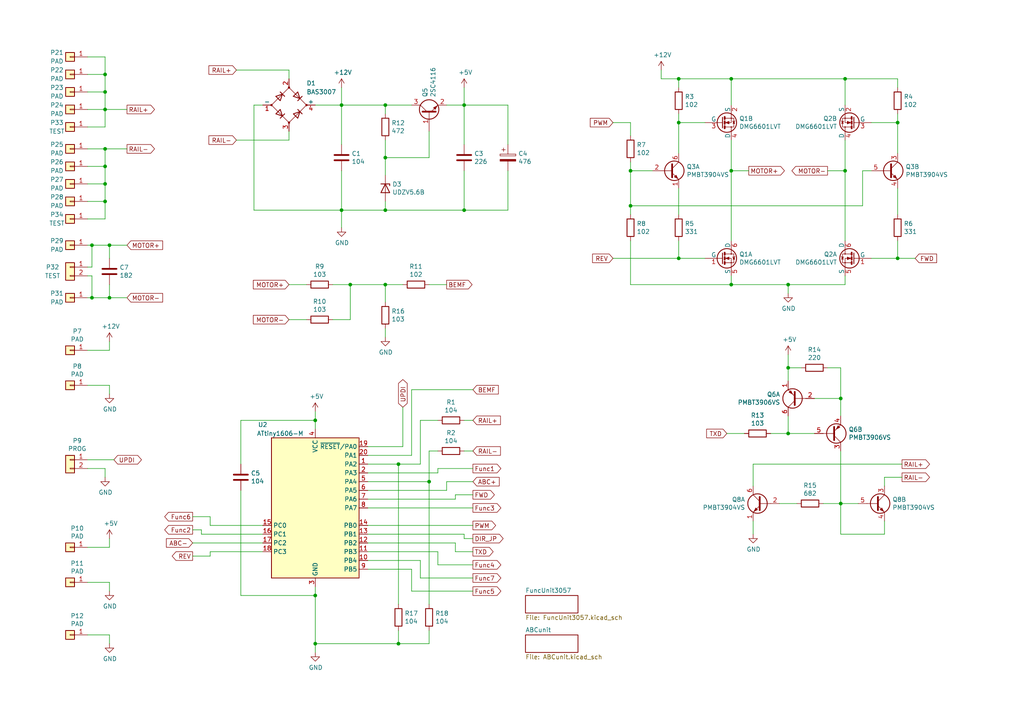
<source format=kicad_sch>
(kicad_sch (version 20230121) (generator eeschema)
  (paper "A4")
  (lib_symbols
    (symbol "6pin-mosfet:DMG6601LVT" (pin_names (offset 0))
      (property "Reference" "Q" (at 6.35 1.905 0))
      (property "Value" "DMG6601LVT" (at 6.35 0 0))
      (property "Footprint" "SOT-23-6" (at 6.35 -1.905 0))
      (property "Datasheet" "http://www.diodes.com/_files/datasheets/DMG6601LVT.pdf" (at 0 0 0))
      (symbol "DMG6601LVT_0_1"
        (polyline (pts (xy 0.635 -1.016) (xy 0.635 -1.651)) (stroke (width 0.508)))
        (polyline (pts (xy 0.635 0.381) (xy 0.635 -0.381)) (stroke (width 0.508)))
        (polyline (pts (xy 0.635 1.651) (xy 0.635 1.016)) (stroke (width 0.508)))
        (polyline (pts (xy 3.048 0.381) (xy 2.921 0.254)))
        (polyline (pts (xy 3.048 0.381) (xy 3.556 0.381)))
        (polyline (pts (xy 3.556 0.381) (xy 3.683 0.508)))
        (polyline (pts (xy 0 1.524) (xy 0 -1.524) (xy 0 -1.524)) (stroke (width 0.254)))
        (polyline (pts (xy 0.762 -1.27) (xy 2.54 -1.27) (xy 2.54 -2.54) (xy 2.54 -2.54)))
        (polyline (pts (xy 0.762 1.27) (xy 2.54 1.27) (xy 2.54 2.54) (xy 2.54 2.54)))
        (polyline (pts (xy 2.54 1.27) (xy 3.302 1.27) (xy 3.302 -1.27) (xy 2.54 -1.27)))
        (polyline (pts (xy 3.302 0.381) (xy 3.048 -0.254) (xy 3.556 -0.254) (xy 3.302 0.381)) (fill (type outline)))
        (polyline (pts (xy 0.889 0) (xy 1.905 0.381) (xy 1.905 -0.381) (xy 0.889 0) (xy 1.016 0) (xy 1.016 0)) (fill (type outline)))
        (circle (center 1.27 0) (radius 2.8194) (stroke (width 0.254)))
        (circle (center 2.54 -1.27) (radius 0.127))
        (circle (center 2.54 1.27) (radius 0.127))
      )
      (symbol "DMG6601LVT_1_1"
        (polyline (pts (xy 0.762 0) (xy 1.27 0) (xy 2.54 0) (xy 2.54 -1.27) (xy 2.54 -1.27)))
        (pin passive line (at -5.08 0 0) (length 5.08) (name "G") (number "1"))
        (pin passive line (at 2.54 -5.08 90) (length 2.54) (name "S") (number "5"))
        (pin passive line (at 2.54 5.08 270) (length 2.54) (name "D") (number "6"))
      )
      (symbol "DMG6601LVT_2_1"
        (polyline (pts (xy 1.27 0) (xy 2.54 0) (xy 2.54 1.27)))
        (pin passive line (at 2.54 5.08 270) (length 2.54) (name "S") (number "2"))
        (pin passive line (at -5.08 0 0) (length 5.08) (name "G") (number "3"))
        (pin passive line (at 2.54 -5.08 90) (length 2.54) (name "D") (number "4"))
      )
    )
    (symbol "Connector_Generic:Conn_01x01" (pin_names (offset 1.016) hide)
      (property "Reference" "J" (at 0 2.54 0))
      (property "Value" "Conn_01x01" (at 0 -2.54 0))
      (symbol "Conn_01x01_1_1"
        (rectangle (start -1.27 0.127) (end 0 -0.127) (stroke (width 0.1524)))
        (rectangle (start -1.27 1.27) (end 1.27 -1.27) (stroke (width 0.254)) (fill (type background)))
        (pin passive line (at -5.08 0 0) (length 3.81) (name "Pin_1") (number "1"))
      )
    )
    (symbol "Connector_Generic:Conn_01x02" (pin_names (offset 1.016) hide)
      (property "Reference" "J" (at 0 2.54 0))
      (property "Value" "Conn_01x02" (at 0 -5.08 0))
      (symbol "Conn_01x02_1_1"
        (rectangle (start -1.27 -2.413) (end 0 -2.667) (stroke (width 0.1524)))
        (rectangle (start -1.27 0.127) (end 0 -0.127) (stroke (width 0.1524)))
        (rectangle (start -1.27 1.27) (end 1.27 -3.81) (stroke (width 0.254)) (fill (type background)))
        (pin passive line (at -5.08 0 0) (length 3.81) (name "Pin_1") (number "1"))
        (pin passive line (at -5.08 -2.54 0) (length 3.81) (name "Pin_2") (number "2"))
      )
    )
    (symbol "Device:C" (pin_numbers hide) (pin_names (offset 0.254))
      (property "Reference" "C" (at 0.635 2.54 0))
      (property "Value" "C" (at 0.635 -2.54 0))
      (symbol "C_0_1"
        (polyline (pts (xy -2.032 -0.762) (xy 2.032 -0.762)) (stroke (width 0.508)))
        (polyline (pts (xy -2.032 0.762) (xy 2.032 0.762)) (stroke (width 0.508)))
      )
      (symbol "C_1_1"
        (pin passive line (at 0 3.81 270) (length 2.794) (name "~") (number "1"))
        (pin passive line (at 0 -3.81 90) (length 2.794) (name "~") (number "2"))
      )
    )
    (symbol "Device:CP" (pin_numbers hide) (pin_names (offset 0.254))
      (property "Reference" "C" (at 0.635 2.54 0))
      (property "Value" "Device_CP" (at 0.635 -2.54 0))
      (symbol "CP_0_1"
        (rectangle (start -2.286 0.508) (end 2.286 1.016))
        (polyline (pts (xy -1.778 2.286) (xy -0.762 2.286)))
        (polyline (pts (xy -1.27 2.794) (xy -1.27 1.778)))
        (rectangle (start 2.286 -0.508) (end -2.286 -1.016) (fill (type outline)))
      )
      (symbol "CP_1_1"
        (pin passive line (at 0 3.81 270) (length 2.794) (name "~") (number "1"))
        (pin passive line (at 0 -3.81 90) (length 2.794) (name "~") (number "2"))
      )
    )
    (symbol "Device:D_Bridge_-AA+" (pin_names (offset 0))
      (property "Reference" "D" (at 2.54 6.985 0))
      (property "Value" "D_Bridge_-AA+" (at 2.54 5.08 0))
      (symbol "D_Bridge_-AA+_0_1"
        (circle (center -5.08 0) (radius 0.254) (fill (type outline)))
        (circle (center 0 -5.08) (radius 0.254) (fill (type outline)))
        (polyline (pts (xy -2.54 3.81) (xy -1.27 2.54)) (stroke (width 0.254)))
        (polyline (pts (xy -1.27 -2.54) (xy -2.54 -3.81)) (stroke (width 0.254)))
        (polyline (pts (xy 2.54 -1.27) (xy 3.81 -2.54)) (stroke (width 0.254)))
        (polyline (pts (xy 2.54 1.27) (xy 3.81 2.54)) (stroke (width 0.254)))
        (polyline (pts (xy -3.81 2.54) (xy -2.54 1.27) (xy -1.905 3.175) (xy -3.81 2.54)) (stroke (width 0.254)))
        (polyline (pts (xy -2.54 -1.27) (xy -3.81 -2.54) (xy -1.905 -3.175) (xy -2.54 -1.27)) (stroke (width 0.254)))
        (polyline (pts (xy 1.27 2.54) (xy 2.54 3.81) (xy 3.175 1.905) (xy 1.27 2.54)) (stroke (width 0.254)))
        (polyline (pts (xy 3.175 -1.905) (xy 1.27 -2.54) (xy 2.54 -3.81) (xy 3.175 -1.905)) (stroke (width 0.254)))
        (polyline (pts (xy -5.08 0) (xy 0 -5.08) (xy 5.08 0) (xy 0 5.08) (xy -5.08 0)))
        (circle (center 0 5.08) (radius 0.254) (fill (type outline)))
        (circle (center 5.08 0) (radius 0.254) (fill (type outline)))
      )
      (symbol "D_Bridge_-AA+_1_1"
        (pin passive line (at -7.62 0 0) (length 2.54) (name "-") (number "1"))
        (pin passive line (at 0 7.62 270) (length 2.54) (name "~") (number "2"))
        (pin passive line (at 0 -7.62 90) (length 2.54) (name "~") (number "3"))
        (pin passive line (at 7.62 0 180) (length 2.54) (name "+") (number "4"))
      )
    )
    (symbol "Device:D_Zener" (pin_numbers hide) (pin_names (offset 1.016) hide)
      (property "Reference" "D" (at 0 2.54 0))
      (property "Value" "D_Zener" (at 0 -2.54 0))
      (symbol "D_Zener_0_1"
        (polyline (pts (xy 1.27 0) (xy -1.27 0)))
        (polyline (pts (xy -1.27 -1.27) (xy -1.27 1.27) (xy -0.762 1.27)) (stroke (width 0.254)))
        (polyline (pts (xy 1.27 -1.27) (xy 1.27 1.27) (xy -1.27 0) (xy 1.27 -1.27)) (stroke (width 0.254)))
      )
      (symbol "D_Zener_1_1"
        (pin passive line (at -3.81 0 0) (length 2.54) (name "K") (number "1"))
        (pin passive line (at 3.81 0 180) (length 2.54) (name "A") (number "2"))
      )
    )
    (symbol "Device:Q_DUAL_NPN_NPN_E1B1C2E2B2C1" (pin_names (offset 0) hide)
      (property "Reference" "Q" (at 5.08 1.27 0))
      (property "Value" "Device_Q_DUAL_NPN_NPN_E1B1C2E2B2C1" (at 5.08 -1.27 0))
      (symbol "Q_DUAL_NPN_NPN_E1B1C2E2B2C1_0_1"
        (polyline (pts (xy 0.635 0) (xy -2.54 0)))
        (polyline (pts (xy 0.635 0.635) (xy 2.54 2.54)))
        (polyline (pts (xy 0.635 -0.635) (xy 2.54 -2.54) (xy 2.54 -2.54)))
        (polyline (pts (xy 0.635 1.905) (xy 0.635 -1.905) (xy 0.635 -1.905)) (stroke (width 0.508)))
        (polyline (pts (xy 1.27 -1.778) (xy 1.778 -1.27) (xy 2.286 -2.286) (xy 1.27 -1.778) (xy 1.27 -1.778)) (fill (type outline)))
        (circle (center 1.27 0) (radius 2.8194) (stroke (width 0.254)))
      )
      (symbol "Q_DUAL_NPN_NPN_E1B1C2E2B2C1_1_1"
        (pin passive line (at 2.54 -5.08 90) (length 2.54) (name "E1") (number "1"))
        (pin input line (at -5.08 0 0) (length 2.54) (name "B1") (number "2"))
        (pin passive line (at 2.54 5.08 270) (length 2.54) (name "C1") (number "6"))
      )
      (symbol "Q_DUAL_NPN_NPN_E1B1C2E2B2C1_2_1"
        (pin passive line (at 2.54 5.08 270) (length 2.54) (name "C2") (number "3"))
        (pin passive line (at 2.54 -5.08 90) (length 2.54) (name "E2") (number "4"))
        (pin input line (at -5.08 0 0) (length 2.54) (name "B2") (number "5"))
      )
    )
    (symbol "Device:Q_DUAL_PNP_PNP_E1B1C2E2B2C1" (pin_names (offset 0) hide)
      (property "Reference" "Q" (at 5.08 1.27 0))
      (property "Value" "Device_Q_DUAL_PNP_PNP_E1B1C2E2B2C1" (at 5.08 -1.27 0))
      (symbol "Q_DUAL_PNP_PNP_E1B1C2E2B2C1_0_1"
        (polyline (pts (xy 0.635 0) (xy -2.54 0)))
        (polyline (pts (xy 0.635 0.635) (xy 2.54 2.54)))
        (polyline (pts (xy 0.635 -0.635) (xy 2.54 -2.54) (xy 2.54 -2.54)))
        (polyline (pts (xy 0.635 1.905) (xy 0.635 -1.905) (xy 0.635 -1.905)) (stroke (width 0.508)))
        (polyline (pts (xy 2.286 -1.778) (xy 1.778 -2.286) (xy 1.27 -1.27) (xy 2.286 -1.778) (xy 2.286 -1.778)) (fill (type outline)))
        (circle (center 1.27 0) (radius 2.8194) (stroke (width 0.254)))
      )
      (symbol "Q_DUAL_PNP_PNP_E1B1C2E2B2C1_1_1"
        (pin passive line (at 2.54 -5.08 90) (length 2.54) (name "E1") (number "1"))
        (pin input line (at -5.08 0 0) (length 2.54) (name "B1") (number "2"))
        (pin passive line (at 2.54 5.08 270) (length 2.54) (name "C1") (number "6"))
      )
      (symbol "Q_DUAL_PNP_PNP_E1B1C2E2B2C1_2_1"
        (pin passive line (at 2.54 5.08 270) (length 2.54) (name "C2") (number "3"))
        (pin passive line (at 2.54 -5.08 90) (length 2.54) (name "E2") (number "4"))
        (pin input line (at -5.08 0 0) (length 2.54) (name "B2") (number "5"))
      )
    )
    (symbol "Device:Q_NPN_BEC" (pin_names (offset 0) hide)
      (property "Reference" "Q" (at 5.08 1.27 0))
      (property "Value" "Q_NPN_BEC" (at 5.08 -1.27 0))
      (symbol "Q_NPN_BEC_0_1"
        (polyline (pts (xy 0.635 0.635) (xy 2.54 2.54)))
        (polyline (pts (xy 0.635 -0.635) (xy 2.54 -2.54) (xy 2.54 -2.54)))
        (polyline (pts (xy 0.635 1.905) (xy 0.635 -1.905) (xy 0.635 -1.905)) (stroke (width 0.508)))
        (polyline (pts (xy 1.27 -1.778) (xy 1.778 -1.27) (xy 2.286 -2.286) (xy 1.27 -1.778) (xy 1.27 -1.778)) (fill (type outline)))
        (circle (center 1.27 0) (radius 2.8194) (stroke (width 0.254)))
      )
      (symbol "Q_NPN_BEC_1_1"
        (pin input line (at -5.08 0 0) (length 5.715) (name "B") (number "1"))
        (pin passive line (at 2.54 -5.08 90) (length 2.54) (name "E") (number "2"))
        (pin passive line (at 2.54 5.08 270) (length 2.54) (name "C") (number "3"))
      )
    )
    (symbol "Device:R" (pin_numbers hide) (pin_names (offset 0))
      (property "Reference" "R" (at 2.032 0 90))
      (property "Value" "R" (at 0 0 90))
      (symbol "R_0_1"
        (rectangle (start -1.016 -2.54) (end 1.016 2.54) (stroke (width 0.254)))
      )
      (symbol "R_1_1"
        (pin passive line (at 0 3.81 270) (length 1.27) (name "~") (number "1"))
        (pin passive line (at 0 -3.81 90) (length 1.27) (name "~") (number "2"))
      )
    )
    (symbol "MCU_Microchip_ATtiny:ATtiny1606-M"
      (property "Reference" "U" (at -12.7 21.59 0))
      (property "Value" "ATtiny1606-M" (at 2.54 -21.59 0))
      (symbol "ATtiny1606-M_0_1"
        (rectangle (start -12.7 -20.32) (end 12.7 20.32) (stroke (width 0.254)) (fill (type background)))
      )
      (symbol "ATtiny1606-M_1_1"
        (pin bidirectional line (at 15.24 12.7 180) (length 2.54) (name "PA2") (number "1"))
        (pin bidirectional line (at 15.24 -15.24 180) (length 2.54) (name "PB4") (number "10"))
        (pin bidirectional line (at 15.24 -12.7 180) (length 2.54) (name "PB3") (number "11"))
        (pin bidirectional line (at 15.24 -10.16 180) (length 2.54) (name "PB2") (number "12"))
        (pin bidirectional line (at 15.24 -7.62 180) (length 2.54) (name "PB1") (number "13"))
        (pin bidirectional line (at 15.24 -5.08 180) (length 2.54) (name "PB0") (number "14"))
        (pin bidirectional line (at -15.24 -5.08 0) (length 2.54) (name "PC0") (number "15"))
        (pin bidirectional line (at -15.24 -7.62 0) (length 2.54) (name "PC1") (number "16"))
        (pin bidirectional line (at -15.24 -10.16 0) (length 2.54) (name "PC2") (number "17"))
        (pin bidirectional line (at -15.24 -12.7 0) (length 2.54) (name "PC3") (number "18"))
        (pin bidirectional line (at 15.24 17.78 180) (length 2.54) (name "~{RESET}/PA0") (number "19"))
        (pin bidirectional line (at 15.24 10.16 180) (length 2.54) (name "PA3") (number "2"))
        (pin bidirectional line (at 15.24 15.24 180) (length 2.54) (name "PA1") (number "20"))
        (pin passive line (at 0 -22.86 90) (length 2.54) hide (name "GND") (number "21"))
        (pin power_in line (at 0 -22.86 90) (length 2.54) (name "GND") (number "3"))
        (pin power_in line (at 0 22.86 270) (length 2.54) (name "VCC") (number "4"))
        (pin bidirectional line (at 15.24 7.62 180) (length 2.54) (name "PA4") (number "5"))
        (pin bidirectional line (at 15.24 5.08 180) (length 2.54) (name "PA5") (number "6"))
        (pin bidirectional line (at 15.24 2.54 180) (length 2.54) (name "PA6") (number "7"))
        (pin bidirectional line (at 15.24 0 180) (length 2.54) (name "PA7") (number "8"))
        (pin bidirectional line (at 15.24 -17.78 180) (length 2.54) (name "PB5") (number "9"))
      )
    )
    (symbol "power:+12V" (power) (pin_names (offset 0))
      (property "Value" "+12V" (at 0 3.556 0))
      (symbol "+12V_0_1"
        (polyline (pts (xy -0.762 1.27) (xy 0 2.54)))
        (polyline (pts (xy 0 0) (xy 0 2.54)))
        (polyline (pts (xy 0 2.54) (xy 0.762 1.27)))
      )
      (symbol "+12V_1_1"
        (pin power_in line (at 0 0 90) (length 0) hide (name "+12V") (number "1"))
      )
    )
    (symbol "power:+5V" (power) (pin_names (offset 0))
      (property "Value" "+5V" (at 0 3.556 0))
      (symbol "+5V_0_1"
        (polyline (pts (xy -0.762 1.27) (xy 0 2.54)))
        (polyline (pts (xy 0 0) (xy 0 2.54)))
        (polyline (pts (xy 0 2.54) (xy 0.762 1.27)))
      )
      (symbol "+5V_1_1"
        (pin power_in line (at 0 0 90) (length 0) hide (name "+5V") (number "1"))
      )
    )
    (symbol "power:GND" (power) (pin_names (offset 0))
      (property "Value" "GND" (at 0 -3.81 0))
      (symbol "GND_0_1"
        (polyline (pts (xy 0 0) (xy 0 -1.27) (xy 1.27 -1.27) (xy 0 -2.54) (xy -1.27 -1.27) (xy 0 -1.27)))
      )
      (symbol "GND_1_1"
        (pin power_in line (at 0 0 270) (length 0) hide (name "GND") (number "1"))
      )
    )
  )
  (junction (at 30.48 43.18))
  (junction (at 111.76 82.55))
  (junction (at 91.44 121.92))
  (junction (at 182.88 59.69))
  (junction (at 111.76 60.96))
  (junction (at 111.76 45.72))
  (junction (at 260.35 35.56))
  (junction (at 91.44 186.69))
  (junction (at 134.62 60.96))
  (junction (at 243.84 115.57))
  (junction (at 124.46 139.7))
  (junction (at 245.11 49.53))
  (junction (at 111.76 30.48))
  (junction (at 31.75 71.12))
  (junction (at 30.48 31.75))
  (junction (at 30.48 21.59))
  (junction (at 99.06 30.48))
  (junction (at 91.44 172.72))
  (junction (at 101.6 82.55))
  (junction (at 228.6 106.68))
  (junction (at 26.67 86.36))
  (junction (at 196.85 35.56))
  (junction (at 228.6 125.73))
  (junction (at 243.84 146.05))
  (junction (at 245.11 22.86))
  (junction (at 99.06 60.96))
  (junction (at 260.35 74.93))
  (junction (at 212.09 82.55))
  (junction (at 212.09 22.86))
  (junction (at 196.85 22.86))
  (junction (at 30.48 58.42))
  (junction (at 134.62 30.48))
  (junction (at 26.67 71.12))
  (junction (at 115.57 134.62))
  (junction (at 115.57 186.69))
  (junction (at 196.85 74.93))
  (junction (at 228.6 82.55))
  (junction (at 30.48 53.34))
  (junction (at 30.48 48.26))
  (junction (at 182.88 49.53))
  (junction (at 30.48 26.67))
  (junction (at 31.75 86.36))
  (junction (at 212.09 49.53))
  (wire (pts (xy 31.75 86.36) (xy 36.83 86.36)))
  (wire (pts (xy 30.48 135.89) (xy 30.48 138.43)))
  (wire (pts (xy 69.85 172.72) (xy 91.44 172.72)))
  (wire (pts (xy 83.82 38.1) (xy 83.82 40.64)))
  (wire (pts (xy 147.32 41.91) (xy 147.32 30.48)))
  (wire (pts (xy 73.66 30.48) (xy 73.66 60.96)))
  (wire (pts (xy 99.06 49.53) (xy 99.06 60.96)))
  (wire (pts (xy 25.4 80.01) (xy 26.67 80.01)))
  (wire (pts (xy 25.4 48.26) (xy 30.48 48.26)))
  (wire (pts (xy 58.42 153.67) (xy 58.42 154.94)))
  (wire (pts (xy 260.35 22.86) (xy 245.11 22.86)))
  (wire (pts (xy 115.57 175.26) (xy 115.57 134.62)))
  (wire (pts (xy 260.35 35.56) (xy 260.35 33.02)))
  (wire (pts (xy 196.85 35.56) (xy 204.47 35.56)))
  (wire (pts (xy 106.68 137.16) (xy 127 137.16)))
  (wire (pts (xy 99.06 30.48) (xy 111.76 30.48)))
  (wire (pts (xy 106.68 134.62) (xy 115.57 134.62)))
  (wire (pts (xy 124.46 186.69) (xy 124.46 182.88)))
  (wire (pts (xy 212.09 49.53) (xy 212.09 69.85)))
  (wire (pts (xy 196.85 69.85) (xy 196.85 74.93)))
  (wire (pts (xy 147.32 60.96) (xy 134.62 60.96)))
  (wire (pts (xy 236.22 115.57) (xy 243.84 115.57)))
  (wire (pts (xy 182.88 82.55) (xy 212.09 82.55)))
  (wire (pts (xy 121.92 121.92) (xy 121.92 134.62)))
  (wire (pts (xy 25.4 16.51) (xy 30.48 16.51)))
  (wire (pts (xy 30.48 63.5) (xy 30.48 58.42)))
  (wire (pts (xy 243.84 146.05) (xy 248.92 146.05)))
  (wire (pts (xy 31.75 71.12) (xy 31.75 74.93)))
  (wire (pts (xy 191.77 22.86) (xy 191.77 20.32)))
  (wire (pts (xy 127 135.89) (xy 137.16 135.89)))
  (wire (pts (xy 115.57 134.62) (xy 121.92 134.62)))
  (wire (pts (xy 88.9 82.55) (xy 83.82 82.55)))
  (wire (pts (xy 115.57 186.69) (xy 91.44 186.69)))
  (wire (pts (xy 243.84 130.81) (xy 243.84 146.05)))
  (wire (pts (xy 25.4 71.12) (xy 26.67 71.12)))
  (wire (pts (xy 83.82 40.64) (xy 68.58 40.64)))
  (wire (pts (xy 182.88 35.56) (xy 177.8 35.56)))
  (wire (pts (xy 182.88 49.53) (xy 182.88 59.69)))
  (wire (pts (xy 218.44 151.13) (xy 218.44 154.94)))
  (wire (pts (xy 25.4 101.6) (xy 31.75 101.6)))
  (wire (pts (xy 31.75 111.76) (xy 31.75 114.3)))
  (wire (pts (xy 60.96 149.86) (xy 60.96 152.4)))
  (wire (pts (xy 182.88 62.23) (xy 182.88 59.69)))
  (wire (pts (xy 25.4 133.35) (xy 33.02 133.35)))
  (wire (pts (xy 127 160.02) (xy 127 163.83)))
  (wire (pts (xy 196.85 74.93) (xy 204.47 74.93)))
  (wire (pts (xy 260.35 69.85) (xy 260.35 74.93)))
  (wire (pts (xy 68.58 20.32) (xy 83.82 20.32)))
  (wire (pts (xy 252.73 74.93) (xy 260.35 74.93)))
  (wire (pts (xy 121.92 167.64) (xy 137.16 167.64)))
  (wire (pts (xy 196.85 22.86) (xy 191.77 22.86)))
  (wire (pts (xy 26.67 80.01) (xy 26.67 86.36)))
  (wire (pts (xy 243.84 154.94) (xy 256.54 154.94)))
  (wire (pts (xy 228.6 82.55) (xy 228.6 85.09)))
  (wire (pts (xy 121.92 121.92) (xy 127 121.92)))
  (wire (pts (xy 147.32 49.53) (xy 147.32 60.96)))
  (wire (pts (xy 25.4 26.67) (xy 30.48 26.67)))
  (wire (pts (xy 106.68 162.56) (xy 121.92 162.56)))
  (wire (pts (xy 134.62 130.81) (xy 137.16 130.81)))
  (wire (pts (xy 58.42 154.94) (xy 76.2 154.94)))
  (wire (pts (xy 218.44 134.62) (xy 218.44 140.97)))
  (wire (pts (xy 106.68 132.08) (xy 119.38 132.08)))
  (wire (pts (xy 31.75 71.12) (xy 36.83 71.12)))
  (wire (pts (xy 60.96 152.4) (xy 76.2 152.4)))
  (wire (pts (xy 137.16 113.03) (xy 119.38 113.03)))
  (wire (pts (xy 228.6 125.73) (xy 236.22 125.73)))
  (wire (pts (xy 25.4 77.47) (xy 26.67 77.47)))
  (wire (pts (xy 260.35 62.23) (xy 260.35 54.61)))
  (wire (pts (xy 96.52 92.71) (xy 101.6 92.71)))
  (wire (pts (xy 196.85 35.56) (xy 196.85 44.45)))
  (wire (pts (xy 25.4 86.36) (xy 26.67 86.36)))
  (wire (pts (xy 196.85 33.02) (xy 196.85 35.56)))
  (wire (pts (xy 101.6 82.55) (xy 111.76 82.55)))
  (wire (pts (xy 182.88 69.85) (xy 182.88 82.55)))
  (wire (pts (xy 91.44 186.69) (xy 91.44 189.23)))
  (wire (pts (xy 31.75 101.6) (xy 31.75 99.06)))
  (wire (pts (xy 212.09 82.55) (xy 212.09 80.01)))
  (wire (pts (xy 212.09 22.86) (xy 245.11 22.86)))
  (wire (pts (xy 106.68 142.24) (xy 129.54 142.24)))
  (wire (pts (xy 111.76 50.8) (xy 111.76 45.72)))
  (wire (pts (xy 261.62 134.62) (xy 218.44 134.62)))
  (wire (pts (xy 25.4 31.75) (xy 30.48 31.75)))
  (wire (pts (xy 25.4 135.89) (xy 30.48 135.89)))
  (wire (pts (xy 182.88 46.99) (xy 182.88 49.53)))
  (wire (pts (xy 30.48 31.75) (xy 36.83 31.75)))
  (wire (pts (xy 55.88 161.29) (xy 60.96 161.29)))
  (wire (pts (xy 111.76 45.72) (xy 111.76 40.64)))
  (wire (pts (xy 182.88 49.53) (xy 189.23 49.53)))
  (wire (pts (xy 252.73 49.53) (xy 250.19 49.53)))
  (wire (pts (xy 111.76 82.55) (xy 116.84 82.55)))
  (wire (pts (xy 182.88 59.69) (xy 250.19 59.69)))
  (wire (pts (xy 106.68 147.32) (xy 137.16 147.32)))
  (wire (pts (xy 25.4 63.5) (xy 30.48 63.5)))
  (wire (pts (xy 30.48 58.42) (xy 30.48 53.34)))
  (wire (pts (xy 99.06 60.96) (xy 99.06 66.04)))
  (wire (pts (xy 91.44 170.18) (xy 91.44 172.72)))
  (wire (pts (xy 132.08 143.51) (xy 137.16 143.51)))
  (wire (pts (xy 196.85 25.4) (xy 196.85 22.86)))
  (wire (pts (xy 119.38 30.48) (xy 111.76 30.48)))
  (wire (pts (xy 106.68 139.7) (xy 124.46 139.7)))
  (wire (pts (xy 243.84 106.68) (xy 243.84 115.57)))
  (wire (pts (xy 60.96 161.29) (xy 60.96 160.02)))
  (wire (pts (xy 261.62 138.43) (xy 256.54 138.43)))
  (wire (pts (xy 106.68 144.78) (xy 132.08 144.78)))
  (wire (pts (xy 31.75 184.15) (xy 31.75 186.69)))
  (wire (pts (xy 132.08 157.48) (xy 132.08 160.02)))
  (wire (pts (xy 31.75 158.75) (xy 31.75 156.21)))
  (wire (pts (xy 91.44 172.72) (xy 91.44 186.69)))
  (wire (pts (xy 228.6 106.68) (xy 228.6 102.87)))
  (wire (pts (xy 76.2 30.48) (xy 73.66 30.48)))
  (wire (pts (xy 252.73 35.56) (xy 260.35 35.56)))
  (wire (pts (xy 73.66 60.96) (xy 99.06 60.96)))
  (wire (pts (xy 196.85 62.23) (xy 196.85 54.61)))
  (wire (pts (xy 69.85 142.24) (xy 69.85 172.72)))
  (wire (pts (xy 91.44 30.48) (xy 99.06 30.48)))
  (wire (pts (xy 129.54 139.7) (xy 137.16 139.7)))
  (wire (pts (xy 25.4 53.34) (xy 30.48 53.34)))
  (wire (pts (xy 111.76 58.42) (xy 111.76 60.96)))
  (wire (pts (xy 177.8 74.93) (xy 196.85 74.93)))
  (wire (pts (xy 134.62 49.53) (xy 134.62 60.96)))
  (wire (pts (xy 129.54 30.48) (xy 134.62 30.48)))
  (wire (pts (xy 212.09 22.86) (xy 212.09 30.48)))
  (wire (pts (xy 212.09 49.53) (xy 217.17 49.53)))
  (wire (pts (xy 106.68 152.4) (xy 137.16 152.4)))
  (wire (pts (xy 232.41 106.68) (xy 228.6 106.68)))
  (wire (pts (xy 134.62 25.4) (xy 134.62 30.48)))
  (wire (pts (xy 111.76 45.72) (xy 124.46 45.72)))
  (wire (pts (xy 25.4 36.83) (xy 30.48 36.83)))
  (wire (pts (xy 25.4 58.42) (xy 30.48 58.42)))
  (wire (pts (xy 111.76 95.25) (xy 111.76 97.79)))
  (wire (pts (xy 134.62 154.94) (xy 134.62 156.21)))
  (wire (pts (xy 30.48 48.26) (xy 30.48 53.34)))
  (wire (pts (xy 88.9 92.71) (xy 83.82 92.71)))
  (wire (pts (xy 30.48 43.18) (xy 25.4 43.18)))
  (wire (pts (xy 124.46 130.81) (xy 124.46 139.7)))
  (wire (pts (xy 25.4 184.15) (xy 31.75 184.15)))
  (wire (pts (xy 127 137.16) (xy 127 135.89)))
  (wire (pts (xy 212.09 40.64) (xy 212.09 49.53)))
  (wire (pts (xy 26.67 71.12) (xy 31.75 71.12)))
  (wire (pts (xy 25.4 21.59) (xy 30.48 21.59)))
  (wire (pts (xy 210.82 125.73) (xy 215.9 125.73)))
  (wire (pts (xy 30.48 43.18) (xy 30.48 48.26)))
  (wire (pts (xy 99.06 60.96) (xy 111.76 60.96)))
  (wire (pts (xy 60.96 160.02) (xy 76.2 160.02)))
  (wire (pts (xy 91.44 121.92) (xy 91.44 119.38)))
  (wire (pts (xy 30.48 26.67) (xy 30.48 31.75)))
  (wire (pts (xy 30.48 36.83) (xy 30.48 31.75)))
  (wire (pts (xy 106.68 160.02) (xy 127 160.02)))
  (wire (pts (xy 111.76 82.55) (xy 111.76 87.63)))
  (wire (pts (xy 99.06 41.91) (xy 99.06 30.48)))
  (wire (pts (xy 124.46 130.81) (xy 127 130.81)))
  (wire (pts (xy 245.11 49.53) (xy 240.03 49.53)))
  (wire (pts (xy 228.6 120.65) (xy 228.6 125.73)))
  (wire (pts (xy 228.6 106.68) (xy 228.6 110.49)))
  (wire (pts (xy 26.67 86.36) (xy 31.75 86.36)))
  (wire (pts (xy 106.68 157.48) (xy 132.08 157.48)))
  (wire (pts (xy 132.08 160.02) (xy 137.16 160.02)))
  (wire (pts (xy 223.52 125.73) (xy 228.6 125.73)))
  (wire (pts (xy 55.88 149.86) (xy 60.96 149.86)))
  (wire (pts (xy 121.92 162.56) (xy 121.92 167.64)))
  (wire (pts (xy 245.11 30.48) (xy 245.11 22.86)))
  (wire (pts (xy 69.85 121.92) (xy 91.44 121.92)))
  (wire (pts (xy 127 163.83) (xy 137.16 163.83)))
  (wire (pts (xy 69.85 134.62) (xy 69.85 121.92)))
  (wire (pts (xy 147.32 30.48) (xy 134.62 30.48)))
  (wire (pts (xy 260.35 25.4) (xy 260.35 22.86)))
  (wire (pts (xy 119.38 165.1) (xy 119.38 171.45)))
  (wire (pts (xy 124.46 175.26) (xy 124.46 139.7)))
  (wire (pts (xy 30.48 43.18) (xy 36.83 43.18)))
  (wire (pts (xy 55.88 157.48) (xy 76.2 157.48)))
  (wire (pts (xy 243.84 115.57) (xy 243.84 120.65)))
  (wire (pts (xy 30.48 21.59) (xy 30.48 26.67)))
  (wire (pts (xy 25.4 111.76) (xy 31.75 111.76)))
  (wire (pts (xy 226.06 146.05) (xy 231.14 146.05)))
  (wire (pts (xy 106.68 165.1) (xy 119.38 165.1)))
  (wire (pts (xy 91.44 124.46) (xy 91.44 121.92)))
  (wire (pts (xy 228.6 82.55) (xy 212.09 82.55)))
  (wire (pts (xy 106.68 154.94) (xy 134.62 154.94)))
  (wire (pts (xy 256.54 138.43) (xy 256.54 140.97)))
  (wire (pts (xy 115.57 182.88) (xy 115.57 186.69)))
  (wire (pts (xy 256.54 154.94) (xy 256.54 151.13)))
  (wire (pts (xy 134.62 30.48) (xy 134.62 41.91)))
  (wire (pts (xy 115.57 186.69) (xy 124.46 186.69)))
  (wire (pts (xy 106.68 129.54) (xy 116.84 129.54)))
  (wire (pts (xy 245.11 49.53) (xy 245.11 40.64)))
  (wire (pts (xy 240.03 106.68) (xy 243.84 106.68)))
  (wire (pts (xy 196.85 22.86) (xy 212.09 22.86)))
  (wire (pts (xy 26.67 77.47) (xy 26.67 71.12)))
  (wire (pts (xy 245.11 80.01) (xy 245.11 82.55)))
  (wire (pts (xy 238.76 146.05) (xy 243.84 146.05)))
  (wire (pts (xy 134.62 121.92) (xy 137.16 121.92)))
  (wire (pts (xy 111.76 60.96) (xy 134.62 60.96)))
  (wire (pts (xy 245.11 82.55) (xy 228.6 82.55)))
  (wire (pts (xy 124.46 82.55) (xy 129.54 82.55)))
  (wire (pts (xy 182.88 39.37) (xy 182.88 35.56)))
  (wire (pts (xy 243.84 154.94) (xy 243.84 146.05)))
  (wire (pts (xy 129.54 142.24) (xy 129.54 139.7)))
  (wire (pts (xy 101.6 82.55) (xy 96.52 82.55)))
  (wire (pts (xy 260.35 74.93) (xy 265.43 74.93)))
  (wire (pts (xy 119.38 171.45) (xy 137.16 171.45)))
  (wire (pts (xy 132.08 144.78) (xy 132.08 143.51)))
  (wire (pts (xy 30.48 16.51) (xy 30.48 21.59)))
  (wire (pts (xy 101.6 92.71) (xy 101.6 82.55)))
  (wire (pts (xy 25.4 158.75) (xy 31.75 158.75)))
  (wire (pts (xy 250.19 49.53) (xy 250.19 59.69)))
  (wire (pts (xy 245.11 69.85) (xy 245.11 49.53)))
  (wire (pts (xy 31.75 82.55) (xy 31.75 86.36)))
  (wire (pts (xy 134.62 156.21) (xy 137.16 156.21)))
  (wire (pts (xy 119.38 113.03) (xy 119.38 132.08)))
  (wire (pts (xy 55.88 153.67) (xy 58.42 153.67)))
  (wire (pts (xy 31.75 168.91) (xy 31.75 171.45)))
  (wire (pts (xy 83.82 22.86) (xy 83.82 20.32)))
  (wire (pts (xy 124.46 45.72) (xy 124.46 38.1)))
  (wire (pts (xy 260.35 44.45) (xy 260.35 35.56)))
  (wire (pts (xy 116.84 129.54) (xy 116.84 118.11)))
  (wire (pts (xy 25.4 168.91) (xy 31.75 168.91)))
  (wire (pts (xy 99.06 25.4) (xy 99.06 30.48)))
  (wire (pts (xy 111.76 33.02) (xy 111.76 30.48)))
  (global_label "RAIL-" (shape input) (at 68.58 40.64 180) (property "Intersheetrefs" "${INTERSHEET_REFS}" (effects hide)))
  (global_label "BEMF" (shape input) (at 137.16 113.03 0) (property "Intersheetrefs" "${INTERSHEET_REFS}" (effects hide)))
  (global_label "MOTOR-" (shape output) (at 240.03 49.53 180) (property "Intersheetrefs" "${INTERSHEET_REFS}" (effects hide)))
  (global_label "RAIL+" (shape output) (at 36.83 31.75 0) (property "Intersheetrefs" "${INTERSHEET_REFS}" (effects hide)))
  (global_label "REV" (shape output) (at 55.88 161.29 180) (property "Intersheetrefs" "${INTERSHEET_REFS}" (effects hide)))
  (global_label "UPDI" (shape bidirectional) (at 33.02 133.35 0) (property "Intersheetrefs" "${INTERSHEET_REFS}" (effects hide)))
  (global_label "Func7" (shape output) (at 137.16 167.64 0) (property "Intersheetrefs" "${INTERSHEET_REFS}" (effects hide)))
  (global_label "RAIL-" (shape input) (at 137.16 130.81 0) (property "Intersheetrefs" "${INTERSHEET_REFS}" (effects hide)))
  (global_label "ABC-" (shape input) (at 55.88 157.48 180) (property "Intersheetrefs" "${INTERSHEET_REFS}" (effects hide)))
  (global_label "DIR_JP" (shape output) (at 137.16 156.21 0) (property "Intersheetrefs" "${INTERSHEET_REFS}" (effects hide)))
  (global_label "UPDI" (shape bidirectional) (at 116.84 118.11 90) (property "Intersheetrefs" "${INTERSHEET_REFS}" (effects hide)))
  (global_label "Func3" (shape output) (at 137.16 147.32 0) (property "Intersheetrefs" "${INTERSHEET_REFS}" (effects hide)))
  (global_label "REV" (shape input) (at 177.8 74.93 180) (property "Intersheetrefs" "${INTERSHEET_REFS}" (effects hide)))
  (global_label "RAIL+" (shape input) (at 137.16 121.92 0) (property "Intersheetrefs" "${INTERSHEET_REFS}" (effects hide)))
  (global_label "Func5" (shape output) (at 137.16 171.45 0) (property "Intersheetrefs" "${INTERSHEET_REFS}" (effects hide)))
  (global_label "Func2" (shape output) (at 55.88 153.67 180) (property "Intersheetrefs" "${INTERSHEET_REFS}" (effects hide)))
  (global_label "TXD" (shape output) (at 137.16 160.02 0) (property "Intersheetrefs" "${INTERSHEET_REFS}" (effects hide)))
  (global_label "MOTOR+" (shape input) (at 83.82 82.55 180) (property "Intersheetrefs" "${INTERSHEET_REFS}" (effects hide)))
  (global_label "Func4" (shape output) (at 137.16 163.83 0) (property "Intersheetrefs" "${INTERSHEET_REFS}" (effects hide)))
  (global_label "RAIL+" (shape output) (at 261.62 134.62 0) (property "Intersheetrefs" "${INTERSHEET_REFS}" (effects hide)))
  (global_label "PWM" (shape input) (at 177.8 35.56 180) (property "Intersheetrefs" "${INTERSHEET_REFS}" (effects hide)))
  (global_label "RAIL+" (shape input) (at 68.58 20.32 180) (property "Intersheetrefs" "${INTERSHEET_REFS}" (effects hide)))
  (global_label "Func6" (shape output) (at 55.88 149.86 180) (property "Intersheetrefs" "${INTERSHEET_REFS}" (effects hide)))
  (global_label "MOTOR+" (shape output) (at 217.17 49.53 0) (property "Intersheetrefs" "${INTERSHEET_REFS}" (effects hide)))
  (global_label "MOTOR-" (shape input) (at 83.82 92.71 180) (property "Intersheetrefs" "${INTERSHEET_REFS}" (effects hide)))
  (global_label "TXD" (shape input) (at 210.82 125.73 180) (property "Intersheetrefs" "${INTERSHEET_REFS}" (effects hide)))
  (global_label "RAIL-" (shape output) (at 36.83 43.18 0) (property "Intersheetrefs" "${INTERSHEET_REFS}" (effects hide)))
  (global_label "FWD" (shape input) (at 265.43 74.93 0) (property "Intersheetrefs" "${INTERSHEET_REFS}" (effects hide)))
  (global_label "PWM" (shape output) (at 137.16 152.4 0) (property "Intersheetrefs" "${INTERSHEET_REFS}" (effects hide)))
  (global_label "Func1" (shape output) (at 137.16 135.89 0) (property "Intersheetrefs" "${INTERSHEET_REFS}" (effects hide)))
  (global_label "FWD" (shape output) (at 137.16 143.51 0) (property "Intersheetrefs" "${INTERSHEET_REFS}" (effects hide)))
  (global_label "MOTOR+" (shape input) (at 36.83 71.12 0) (property "Intersheetrefs" "${INTERSHEET_REFS}" (effects hide)))
  (global_label "ABC+" (shape input) (at 137.16 139.7 0) (property "Intersheetrefs" "${INTERSHEET_REFS}" (effects hide)))
  (global_label "RAIL-" (shape output) (at 261.62 138.43 0) (property "Intersheetrefs" "${INTERSHEET_REFS}" (effects hide)))
  (global_label "MOTOR-" (shape input) (at 36.83 86.36 0) (property "Intersheetrefs" "${INTERSHEET_REFS}" (effects hide)))
  (global_label "BEMF" (shape output) (at 129.54 82.55 0) (property "Intersheetrefs" "${INTERSHEET_REFS}" (effects hide)))
  (symbol (lib_id "Device:D_Bridge_-AA+") (at 83.82 30.48 0) (unit 1)
    (property "Reference" "D1" (at 88.9 24.13 0) (effects (justify left)))
    (property "Value" "BAS3007" (at 88.9 26.67 0) (effects (justify left)))
    (property "Footprint" "footprint:SOT-143" (effects hide))
  )
  (symbol (lib_id "Device:C") (at 134.62 45.72 0) (unit 1)
    (property "Reference" "C3" (at 137.541 44.5516 0) (effects (justify left)))
    (property "Value" "226" (at 137.541 46.863 0) (effects (justify left)))
    (property "Footprint" "footprint:C_1608_v4" (effects hide))
  )
  (symbol (lib_id "Device:C") (at 99.06 45.72 0) (unit 1)
    (property "Reference" "C1" (at 101.981 44.5516 0) (effects (justify left)))
    (property "Value" "104" (at 101.981 46.863 0) (effects (justify left)))
    (property "Footprint" "footprint:C_1005_v4" (effects hide))
  )
  (symbol (lib_id "power:+5V") (at 134.62 25.4 0) (unit 1)
    (property "Reference" "#PWR0106" (effects hide))
    (property "Value" "+5V" (at 135.001 21.0058 0))
  )
  (symbol (lib_id "power:+12V") (at 99.06 25.4 0) (unit 1)
    (property "Reference" "#PWR0101" (effects hide))
    (property "Value" "+12V" (at 99.441 21.0058 0))
  )
  (symbol (lib_id "power:GND") (at 99.06 66.04 0) (unit 1)
    (property "Reference" "#PWR0102" (effects hide))
    (property "Value" "GND" (at 99.187 70.4342 0))
  )
  (symbol (lib_id "power:GND") (at 91.44 189.23 0) (unit 1)
    (property "Reference" "#PWR0103" (effects hide))
    (property "Value" "GND" (at 91.567 193.6242 0))
  )
  (symbol (lib_id "power:+5V") (at 91.44 119.38 0) (unit 1)
    (property "Reference" "#PWR0104" (effects hide))
    (property "Value" "+5V" (at 91.821 114.9858 0))
  )
  (symbol (lib_id "power:+12V") (at 191.77 20.32 0) (unit 1)
    (property "Reference" "#PWR0105" (effects hide))
    (property "Value" "+12V" (at 192.151 15.9258 0))
  )
  (symbol (lib_id "6pin-mosfet:DMG6601LVT") (at 209.55 74.93 0) (unit 1)
    (property "Reference" "Q1" (at 214.4014 73.7616 0) (effects (justify left)))
    (property "Value" "DMG6601LVT" (at 214.4014 76.073 0) (effects (justify left)))
    (property "Footprint" "footprint:SOT-23-6" (effects hide))
    (property "Datasheet" "http://www.diodes.com/_files/datasheets/DMG6601LVT.pdf" (effects hide))
  )
  (symbol (lib_id "6pin-mosfet:DMG6601LVT") (at 209.55 35.56 0) (unit 2)
    (property "Reference" "Q1" (at 214.4014 34.3916 0) (effects (justify left)))
    (property "Value" "DMG6601LVT" (at 214.4014 36.703 0) (effects (justify left)))
    (property "Footprint" "footprint:SOT-23-6" (effects hide))
    (property "Datasheet" "http://www.diodes.com/_files/datasheets/DMG6601LVT.pdf" (effects hide))
  )
  (symbol (lib_id "Device:R") (at 196.85 29.21 0) (unit 1)
    (property "Reference" "R3" (at 198.628 28.0416 0) (effects (justify left)))
    (property "Value" "102" (at 198.628 30.353 0) (effects (justify left)))
    (property "Footprint" "footprint:R_1608_20240411" (effects hide))
  )
  (symbol (lib_id "Device:R") (at 196.85 66.04 0) (unit 1)
    (property "Reference" "R5" (at 198.628 64.8716 0) (effects (justify left)))
    (property "Value" "331" (at 198.628 67.183 0) (effects (justify left)))
    (property "Footprint" "footprint:R_1608_20240411" (effects hide))
  )
  (symbol (lib_id "Device:R") (at 260.35 66.04 0) (unit 1)
    (property "Reference" "R6" (at 262.128 64.8716 0) (effects (justify left)))
    (property "Value" "331" (at 262.128 67.183 0) (effects (justify left)))
    (property "Footprint" "footprint:R_1608_20240411" (effects hide))
  )
  (symbol (lib_id "6pin-mosfet:DMG6601LVT") (at 247.65 74.93 0) (mirror y) (unit 1)
    (property "Reference" "Q2" (at 242.7986 73.7616 0) (effects (justify left)))
    (property "Value" "DMG6601LVT" (at 242.7986 76.073 0) (effects (justify left)))
    (property "Footprint" "footprint:SOT-23-6" (effects hide))
    (property "Datasheet" "http://www.diodes.com/_files/datasheets/DMG6601LVT.pdf" (effects hide))
  )
  (symbol (lib_id "6pin-mosfet:DMG6601LVT") (at 247.65 35.56 0) (mirror y) (unit 2)
    (property "Reference" "Q2" (at 242.7986 34.3916 0) (effects (justify left)))
    (property "Value" "DMG6601LVT" (at 242.7986 36.703 0) (effects (justify left)))
    (property "Footprint" "footprint:SOT-23-6" (effects hide))
    (property "Datasheet" "http://www.diodes.com/_files/datasheets/DMG6601LVT.pdf" (effects hide))
  )
  (symbol (lib_id "Device:R") (at 111.76 36.83 0) (unit 1)
    (property "Reference" "R12" (at 113.538 35.6616 0) (effects (justify left)))
    (property "Value" "472" (at 113.538 37.973 0) (effects (justify left)))
    (property "Footprint" "footprint:R_1608_20240411" (effects hide))
  )
  (symbol (lib_id "Device:D_Zener") (at 111.76 54.61 270) (unit 1)
    (property "Reference" "D3" (at 113.792 53.4416 90) (effects (justify left)))
    (property "Value" "UDZV5.6B" (at 113.792 55.753 90) (effects (justify left)))
    (property "Footprint" "footprint:UMD2" (effects hide))
  )
  (symbol (lib_id "Device:Q_NPN_BEC") (at 124.46 33.02 90) (unit 1)
    (property "Reference" "Q5" (at 123.2916 28.194 0) (effects (justify left)))
    (property "Value" "2SC4116" (at 125.603 28.194 0) (effects (justify left)))
    (property "Footprint" "footprint:SC-70_v2" (effects hide))
  )
  (symbol (lib_id "Device:R") (at 260.35 29.21 0) (unit 1)
    (property "Reference" "R4" (at 262.128 28.0416 0) (effects (justify left)))
    (property "Value" "102" (at 262.128 30.353 0) (effects (justify left)))
    (property "Footprint" "footprint:R_1608_20240411" (effects hide))
  )
  (symbol (lib_id "power:GND") (at 228.6 85.09 0) (unit 1)
    (property "Reference" "#PWR0107" (effects hide))
    (property "Value" "GND" (at 228.727 89.4842 0))
  )
  (symbol (lib_id "Device:R") (at 182.88 43.18 0) (unit 1)
    (property "Reference" "R7" (at 184.658 42.0116 0) (effects (justify left)))
    (property "Value" "102" (at 184.658 44.323 0) (effects (justify left)))
    (property "Footprint" "footprint:R_1608_20240411" (effects hide))
  )
  (symbol (lib_id "Device:R") (at 182.88 66.04 0) (unit 1)
    (property "Reference" "R8" (at 184.658 64.8716 0) (effects (justify left)))
    (property "Value" "102" (at 184.658 67.183 0) (effects (justify left)))
    (property "Footprint" "footprint:R_1608_20240411" (effects hide))
  )
  (symbol (lib_id "Device:R") (at 92.71 82.55 270) (unit 1)
    (property "Reference" "R9" (at 92.71 77.2922 90))
    (property "Value" "103" (at 92.71 79.6036 90))
    (property "Footprint" "footprint:R_1608_20240411" (effects hide))
  )
  (symbol (lib_id "Device:R") (at 92.71 92.71 270) (unit 1)
    (property "Reference" "R10" (at 92.71 87.4522 90))
    (property "Value" "103" (at 92.71 89.7636 90))
    (property "Footprint" "footprint:R_1608_20240411" (effects hide))
  )
  (symbol (lib_id "power:GND") (at 111.76 97.79 0) (unit 1)
    (property "Reference" "#PWR0108" (effects hide))
    (property "Value" "GND" (at 111.887 102.1842 0))
  )
  (symbol (lib_id "Device:R") (at 120.65 82.55 270) (unit 1)
    (property "Reference" "R11" (at 120.65 77.2922 90))
    (property "Value" "102" (at 120.65 79.6036 90))
    (property "Footprint" "footprint:R_1005_20240411" (effects hide))
  )
  (symbol (lib_id "Connector_Generic:Conn_01x01") (at 20.32 16.51 0) (mirror y) (unit 1)
    (property "Reference" "P21" (at 16.51 15.24 0))
    (property "Value" "PAD" (at 16.51 17.78 0))
    (property "Footprint" "footprint:KATO_RAILPAD_3057_8mm" (effects hide))
  )
  (symbol (lib_id "Device:C") (at 31.75 78.74 0) (unit 1)
    (property "Reference" "C7" (at 34.671 77.5716 0) (effects (justify left)))
    (property "Value" "182" (at 34.671 79.883 0) (effects (justify left)))
    (property "Footprint" "footprint:C_1005_v4" (effects hide))
  )
  (symbol (lib_id "Connector_Generic:Conn_01x01") (at 20.32 101.6 0) (mirror y) (unit 1)
    (property "Reference" "P7" (at 22.4028 96.0882 0))
    (property "Value" "PAD" (at 22.4028 98.3996 0))
    (property "Footprint" "footprint:PAD_1.0x1.8_SMD" (effects hide))
  )
  (symbol (lib_id "Connector_Generic:Conn_01x01") (at 20.32 111.76 0) (mirror y) (unit 1)
    (property "Reference" "P8" (at 22.4028 106.2482 0))
    (property "Value" "PAD" (at 22.4028 108.5596 0))
    (property "Footprint" "footprint:PAD_0.6x1.0_SMD" (effects hide))
  )
  (symbol (lib_id "power:+12V") (at 31.75 99.06 0) (unit 1)
    (property "Reference" "#PWR0109" (effects hide))
    (property "Value" "+12V" (at 32.131 94.6658 0))
  )
  (symbol (lib_id "power:GND") (at 31.75 114.3 0) (unit 1)
    (property "Reference" "#PWR0110" (effects hide))
    (property "Value" "GND" (at 31.877 118.6942 0))
  )
  (symbol (lib_id "power:GND") (at 30.48 138.43 0) (unit 1)
    (property "Reference" "#PWR0111" (effects hide))
    (property "Value" "GND" (at 30.607 142.8242 0))
  )
  (symbol (lib_id "MCU_Microchip_ATtiny:ATtiny1606-M") (at 91.44 147.32 0) (unit 1)
    (property "Reference" "U2" (at 76.2 123.19 0))
    (property "Value" "ATtiny1606-M" (at 81.28 125.73 0))
    (property "Footprint" "footprint:VQFN-20-1EP_3x3mm_P0.4mm_EP1.7x1.7mm" (effects hide))
    (property "Datasheet" "http://ww1.microchip.com/downloads/en/DeviceDoc/ATtiny806_1606_Data_Sheet_40002029A.pdf" (effects hide))
  )
  (symbol (lib_id "Connector_Generic:Conn_01x02") (at 20.32 133.35 0) (mirror y) (unit 1)
    (property "Reference" "P9" (at 22.4028 127.8382 0))
    (property "Value" "PROG" (at 22.4028 130.1496 0))
    (property "Footprint" "footprint:PAD_PROG_2PIN_HOLE0.7" (effects hide))
  )
  (symbol (lib_id "Device:R") (at 219.71 125.73 270) (unit 1)
    (property "Reference" "R13" (at 219.71 120.4722 90))
    (property "Value" "103" (at 219.71 122.7836 90))
    (property "Footprint" "footprint:R_1608_20240411" (effects hide))
  )
  (symbol (lib_id "power:+5V") (at 228.6 102.87 0) (unit 1)
    (property "Reference" "#PWR0112" (effects hide))
    (property "Value" "+5V" (at 228.981 98.4758 0))
  )
  (symbol (lib_id "Device:R") (at 234.95 146.05 270) (unit 1)
    (property "Reference" "R15" (at 234.95 140.7922 90))
    (property "Value" "682" (at 234.95 143.1036 90))
    (property "Footprint" "footprint:R_1005_20240411" (effects hide))
  )
  (symbol (lib_id "Device:Q_DUAL_NPN_NPN_E1B1C2E2B2C1") (at 194.31 49.53 0) (unit 1)
    (property "Reference" "Q3" (at 199.136 48.3616 0) (effects (justify left)))
    (property "Value" "PMBT3904VS" (at 199.136 50.673 0) (effects (justify left)))
    (property "Footprint" "footprint:SOT-666-nomark" (effects hide))
  )
  (symbol (lib_id "Device:Q_DUAL_NPN_NPN_E1B1C2E2B2C1") (at 257.81 49.53 0) (unit 2)
    (property "Reference" "Q3" (at 262.636 48.3616 0) (effects (justify left)))
    (property "Value" "PMBT3904VS" (at 262.636 50.673 0) (effects (justify left)))
    (property "Footprint" "footprint:SOT-666-nomark" (effects hide))
  )
  (symbol (lib_id "Device:Q_DUAL_NPN_NPN_E1B1C2E2B2C1") (at 220.98 146.05 0) (mirror y) (unit 1)
    (property "Reference" "Q8" (at 216.1286 144.8816 0) (effects (justify left)))
    (property "Value" "PMBT3904VS" (at 216.1286 147.193 0) (effects (justify left)))
    (property "Footprint" "footprint:SOT-666-nomark" (effects hide))
  )
  (symbol (lib_id "Device:Q_DUAL_NPN_NPN_E1B1C2E2B2C1") (at 254 146.05 0) (unit 2)
    (property "Reference" "Q8" (at 258.826 144.8816 0) (effects (justify left)))
    (property "Value" "PMBT3904VS" (at 258.826 147.193 0) (effects (justify left)))
    (property "Footprint" "footprint:SOT-666-nomark" (effects hide))
  )
  (symbol (lib_id "Device:Q_DUAL_PNP_PNP_E1B1C2E2B2C1") (at 231.14 115.57 180) (unit 1)
    (property "Reference" "Q6" (at 226.2886 114.4016 0) (effects (justify left)))
    (property "Value" "PMBT3906VS" (at 226.2886 116.713 0) (effects (justify left)))
    (property "Footprint" "footprint:SOT-666-nomark" (effects hide))
  )
  (symbol (lib_id "Device:Q_DUAL_PNP_PNP_E1B1C2E2B2C1") (at 241.3 125.73 0) (mirror x) (unit 2)
    (property "Reference" "Q6" (at 246.126 124.5616 0) (effects (justify left)))
    (property "Value" "PMBT3906VS" (at 246.126 126.873 0) (effects (justify left)))
    (property "Footprint" "footprint:SOT-666-nomark" (effects hide))
  )
  (symbol (lib_id "power:GND") (at 218.44 154.94 0) (unit 1)
    (property "Reference" "#PWR0113" (effects hide))
    (property "Value" "GND" (at 218.567 159.3342 0))
  )
  (symbol (lib_id "Device:R") (at 236.22 106.68 270) (unit 1)
    (property "Reference" "R14" (at 236.22 101.4222 90))
    (property "Value" "220" (at 236.22 103.7336 90))
    (property "Footprint" "footprint:R_1608_20240411" (effects hide))
  )
  (symbol (lib_id "Device:C") (at 69.85 138.43 0) (unit 1)
    (property "Reference" "C5" (at 72.771 137.2616 0) (effects (justify left)))
    (property "Value" "104" (at 72.771 139.573 0) (effects (justify left)))
    (property "Footprint" "footprint:C_1005_v4" (effects hide))
  )
  (symbol (lib_id "Connector_Generic:Conn_01x01") (at 20.32 158.75 0) (mirror y) (unit 1)
    (property "Reference" "P10" (at 22.4028 153.2382 0))
    (property "Value" "PAD" (at 22.4028 155.5496 0))
    (property "Footprint" "footprint:PAD_0.6x1.0_SMD" (effects hide))
  )
  (symbol (lib_id "Connector_Generic:Conn_01x01") (at 20.32 168.91 0) (mirror y) (unit 1)
    (property "Reference" "P11" (at 22.4028 163.3982 0))
    (property "Value" "PAD" (at 22.4028 165.7096 0))
    (property "Footprint" "footprint:PAD_0.5x1.2_SMD" (effects hide))
  )
  (symbol (lib_id "power:GND") (at 31.75 171.45 0) (unit 1)
    (property "Reference" "#PWR0135" (effects hide))
    (property "Value" "GND" (at 31.877 175.8442 0))
  )
  (symbol (lib_id "Device:CP") (at 147.32 45.72 0) (unit 1)
    (property "Reference" "C4" (at 150.3172 44.5516 0) (effects (justify left)))
    (property "Value" "476" (at 150.3172 46.863 0) (effects (justify left)))
    (property "Footprint" "footprint:CP_1608" (effects hide))
  )
  (symbol (lib_id "power:+5V") (at 31.75 156.21 0) (unit 1)
    (property "Reference" "#PWR0136" (effects hide))
    (property "Value" "+5V" (at 32.131 151.8158 0))
  )
  (symbol (lib_id "Device:R") (at 130.81 121.92 270) (unit 1)
    (property "Reference" "R1" (at 130.81 116.6622 90))
    (property "Value" "104" (at 130.81 118.9736 90))
    (property "Footprint" "footprint:R_1608_20240411" (effects hide))
  )
  (symbol (lib_id "Device:R") (at 130.81 130.81 270) (unit 1)
    (property "Reference" "R2" (at 130.81 125.5522 90))
    (property "Value" "104" (at 130.81 127.8636 90))
    (property "Footprint" "footprint:R_1608_20240411" (effects hide))
  )
  (symbol (lib_id "Connector_Generic:Conn_01x01") (at 20.32 21.59 0) (mirror y) (unit 1)
    (property "Reference" "P22" (at 16.51 20.32 0))
    (property "Value" "PAD" (at 16.51 22.86 0))
    (property "Footprint" "footprint:KATO_RAILPAD_3057_7mm" (effects hide))
  )
  (symbol (lib_id "Connector_Generic:Conn_01x01") (at 20.32 26.67 0) (mirror y) (unit 1)
    (property "Reference" "P23" (at 16.51 25.4 0))
    (property "Value" "PAD" (at 16.51 27.94 0))
    (property "Footprint" "footprint:KATO_RAILPAD_3057_7mm" (effects hide))
  )
  (symbol (lib_id "Connector_Generic:Conn_01x01") (at 20.32 31.75 0) (mirror y) (unit 1)
    (property "Reference" "P24" (at 16.51 30.48 0))
    (property "Value" "PAD" (at 16.51 33.02 0))
    (property "Footprint" "footprint:KATO_RAILPAD_3057_8mm" (effects hide))
  )
  (symbol (lib_id "Connector_Generic:Conn_01x01") (at 20.32 43.18 0) (mirror y) (unit 1)
    (property "Reference" "P25" (at 16.51 41.91 0))
    (property "Value" "PAD" (at 16.51 44.45 0))
    (property "Footprint" "footprint:KATO_RAILPAD_3057_8mm" (effects hide))
  )
  (symbol (lib_id "Connector_Generic:Conn_01x01") (at 20.32 48.26 0) (mirror y) (unit 1)
    (property "Reference" "P26" (at 16.51 46.99 0))
    (property "Value" "PAD" (at 16.51 49.53 0))
    (property "Footprint" "footprint:KATO_RAILPAD_3057_7mm" (effects hide))
  )
  (symbol (lib_id "Connector_Generic:Conn_01x01") (at 20.32 53.34 0) (mirror y) (unit 1)
    (property "Reference" "P27" (at 16.51 52.07 0))
    (property "Value" "PAD" (at 16.51 54.61 0))
    (property "Footprint" "footprint:KATO_RAILPAD_3057_7mm" (effects hide))
  )
  (symbol (lib_id "Connector_Generic:Conn_01x01") (at 20.32 58.42 0) (mirror y) (unit 1)
    (property "Reference" "P28" (at 16.51 57.15 0))
    (property "Value" "PAD" (at 16.51 59.69 0))
    (property "Footprint" "footprint:KATO_RAILPAD_3057_8mm" (effects hide))
  )
  (symbol (lib_id "Connector_Generic:Conn_01x01") (at 20.32 71.12 0) (mirror y) (unit 1)
    (property "Reference" "P29" (at 16.51 69.85 0))
    (property "Value" "PAD" (at 16.51 72.39 0))
    (property "Footprint" "footprint:KATO_RAILPAD_3057_8mm" (effects hide))
  )
  (symbol (lib_id "Connector_Generic:Conn_01x01") (at 20.32 86.36 0) (mirror y) (unit 1)
    (property "Reference" "P31" (at 16.51 85.09 0))
    (property "Value" "PAD" (at 16.51 87.63 0))
    (property "Footprint" "footprint:KATO_RAILPAD_3057_8mm" (effects hide))
  )
  (symbol (lib_id "Device:R") (at 111.76 91.44 0) (unit 1)
    (property "Reference" "R16" (at 113.538 90.2716 0) (effects (justify left)))
    (property "Value" "103" (at 113.538 92.583 0) (effects (justify left)))
    (property "Footprint" "footprint:R_1005_20240411" (effects hide))
  )
  (symbol (lib_id "Device:R") (at 115.57 179.07 0) (unit 1)
    (property "Reference" "R17" (at 117.348 177.9016 0) (effects (justify left)))
    (property "Value" "104" (at 117.348 180.213 0) (effects (justify left)))
    (property "Footprint" "footprint:R_1608_20240411" (effects hide))
  )
  (symbol (lib_id "Device:R") (at 124.46 179.07 0) (unit 1)
    (property "Reference" "R18" (at 126.238 177.9016 0) (effects (justify left)))
    (property "Value" "104" (at 126.238 180.213 0) (effects (justify left)))
    (property "Footprint" "footprint:R_1608_20240411" (effects hide))
  )
  (symbol (lib_id "Connector_Generic:Conn_01x01") (at 20.32 184.15 0) (mirror y) (unit 1)
    (property "Reference" "P12" (at 22.4028 178.6382 0))
    (property "Value" "PAD" (at 22.4028 180.9496 0))
    (property "Footprint" "footprint:PAD_1.0x1.4_SMD" (effects hide))
  )
  (symbol (lib_id "power:GND") (at 31.75 186.69 0) (unit 1)
    (property "Reference" "#PWR0140" (effects hide))
    (property "Value" "GND" (at 31.877 191.0842 0))
  )
  (symbol (lib_id "Connector_Generic:Conn_01x01") (at 20.32 63.5 0) (mirror y) (unit 1)
    (property "Reference" "P34" (at 16.51 62.23 0))
    (property "Value" "TEST" (at 16.51 64.77 0))
    (property "Footprint" "footprint:PAD_1.2x1.2_Hole0.7" (effects hide))
  )
  (symbol (lib_id "Connector_Generic:Conn_01x01") (at 20.32 36.83 0) (mirror y) (unit 1)
    (property "Reference" "P33" (at 16.51 35.56 0))
    (property "Value" "TEST" (at 16.51 38.1 0))
    (property "Footprint" "footprint:PAD_1.2x1.2_Hole0.7" (effects hide))
  )
  (symbol (lib_id "Connector_Generic:Conn_01x02") (at 20.32 77.47 0) (mirror y) (unit 1)
    (property "Reference" "P32" (at 15.24 77.47 0))
    (property "Value" "TEST" (at 15.24 80.01 0))
    (property "Footprint" "footprint:PAD_2mm_2PIN_HOLE0.6" (effects hide))
  )
  (sheet (at 152.4 172.72) (size 15.24 5.08)
    (property "Sheetname" "FuncUnit3057" (at 152.4 172.0084 0) (effects (justify left bottom)))
    (property "Sheetfile" "FuncUnit3057.kicad_sch" (at 152.4 178.3846 0) (effects (justify left top)))
  )
  (sheet (at 152.4 184.15) (size 15.24 5.08)
    (property "Sheetname" "ABCunit" (at 152.4 183.4384 0) (effects (justify left bottom)))
    (property "Sheetfile" "ABCunit.kicad_sch" (at 152.4 189.8146 0) (effects (justify left top)))
  )
)
</source>
